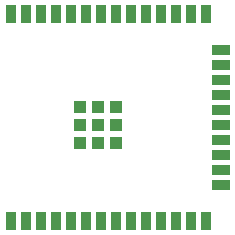
<source format=gbr>
%TF.GenerationSoftware,KiCad,Pcbnew,(6.0.10-0)*%
%TF.CreationDate,2022-12-27T02:05:37+01:00*%
%TF.ProjectId,BMS_PDB,424d535f-5044-4422-9e6b-696361645f70,rev?*%
%TF.SameCoordinates,Original*%
%TF.FileFunction,Paste,Top*%
%TF.FilePolarity,Positive*%
%FSLAX46Y46*%
G04 Gerber Fmt 4.6, Leading zero omitted, Abs format (unit mm)*
G04 Created by KiCad (PCBNEW (6.0.10-0)) date 2022-12-27 02:05:37*
%MOMM*%
%LPD*%
G01*
G04 APERTURE LIST*
%ADD10R,0.900000X1.500000*%
%ADD11R,1.500000X0.900000*%
%ADD12R,1.050000X1.050000*%
G04 APERTURE END LIST*
D10*
%TO.C,U1*%
X88250000Y-109250000D03*
X89520000Y-109250000D03*
X90790000Y-109250000D03*
X92060000Y-109250000D03*
X93330000Y-109250000D03*
X94600000Y-109250000D03*
X95870000Y-109250000D03*
X97140000Y-109250000D03*
X98410000Y-109250000D03*
X99680000Y-109250000D03*
X100950000Y-109250000D03*
X102220000Y-109250000D03*
X103490000Y-109250000D03*
X104760000Y-109250000D03*
D11*
X106010000Y-106210000D03*
X106010000Y-104940000D03*
X106010000Y-103670000D03*
X106010000Y-102400000D03*
X106010000Y-101130000D03*
X106010000Y-99860000D03*
X106010000Y-98590000D03*
X106010000Y-97320000D03*
X106010000Y-96050000D03*
X106010000Y-94780000D03*
D10*
X104760000Y-91750000D03*
X103490000Y-91750000D03*
X102220000Y-91750000D03*
X100950000Y-91750000D03*
X99680000Y-91750000D03*
X98410000Y-91750000D03*
X97140000Y-91750000D03*
X95870000Y-91750000D03*
X94600000Y-91750000D03*
X93330000Y-91750000D03*
X92060000Y-91750000D03*
X90790000Y-91750000D03*
X89520000Y-91750000D03*
X88250000Y-91750000D03*
D12*
X97115000Y-101180000D03*
X94065000Y-102705000D03*
X97115000Y-99655000D03*
X97115000Y-102705000D03*
X95590000Y-102705000D03*
X95590000Y-101180000D03*
X94065000Y-99655000D03*
X94065000Y-101180000D03*
X95590000Y-99655000D03*
%TD*%
M02*

</source>
